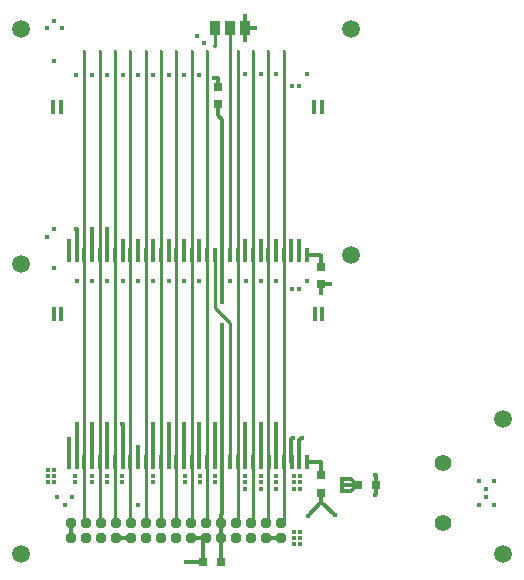
<source format=gtl>
G04 #@! TF.FileFunction,Copper,L1,Top,Signal*
%FSLAX46Y46*%
G04 Gerber Fmt 4.6, Leading zero omitted, Abs format (unit mm)*
G04 Created by KiCad (PCBNEW 4.0.6) date Mon Aug 28 23:28:58 2017*
%MOMM*%
%LPD*%
G01*
G04 APERTURE LIST*
%ADD10C,0.100000*%
%ADD11R,0.370000X1.200000*%
%ADD12C,1.500000*%
%ADD13R,0.800000X0.750000*%
%ADD14R,0.750000X0.800000*%
%ADD15C,1.422400*%
%ADD16C,0.950000*%
%ADD17R,0.970000X1.270000*%
%ADD18C,0.450000*%
%ADD19C,0.400000*%
%ADD20C,0.300000*%
%ADD21C,0.350000*%
%ADD22C,0.370000*%
%ADD23C,0.250000*%
G04 APERTURE END LIST*
D10*
D11*
X29419999Y-46535400D03*
X30069999Y-46535400D03*
X30719999Y-46535400D03*
X31369999Y-46535400D03*
X32019999Y-46535400D03*
X32669999Y-46535400D03*
X33319999Y-46535400D03*
X33969999Y-46535400D03*
X34619999Y-46535400D03*
X35269999Y-46535400D03*
X35919999Y-46535400D03*
X36569999Y-46535400D03*
X37219999Y-46535400D03*
X37869999Y-46535400D03*
X38519999Y-46535400D03*
X39169999Y-46535400D03*
X39820000Y-46535400D03*
X40470000Y-46535400D03*
X41120000Y-46535400D03*
X41770000Y-46535400D03*
X42420000Y-46535400D03*
X43070000Y-46535400D03*
X43720000Y-46535400D03*
X44370000Y-46535400D03*
X45020000Y-46535400D03*
X45670000Y-46535400D03*
X46320000Y-46535400D03*
X46970000Y-46535400D03*
X47620000Y-46535400D03*
X48270000Y-46535400D03*
X48920000Y-46535400D03*
X49570000Y-46535400D03*
X50870000Y-33985399D03*
X50220000Y-33985399D03*
X28769999Y-33985399D03*
X28119999Y-33985399D03*
D12*
X25400000Y-27432000D03*
D13*
X42279000Y-72517000D03*
X40779000Y-72517000D03*
D14*
X50791500Y-65187000D03*
X50791500Y-66687000D03*
D13*
X55395500Y-66027000D03*
X53895500Y-66027000D03*
D12*
X66158500Y-71882000D03*
X66158530Y-60452000D03*
D15*
X61087000Y-64135000D03*
X61087000Y-69215000D03*
D12*
X25400000Y-47268000D03*
X53340000Y-27432000D03*
X25400000Y-71882000D03*
X53331500Y-46506000D03*
D16*
X47410000Y-69235400D03*
X46140000Y-69235400D03*
X44870589Y-69235400D03*
X43600589Y-69235400D03*
X42330000Y-69231623D03*
X41060000Y-69235400D03*
X39790000Y-69235400D03*
X38520589Y-69235400D03*
X37250589Y-69235400D03*
X35980000Y-69235400D03*
X34710000Y-69235400D03*
X33440589Y-69235400D03*
X32170589Y-69235400D03*
X30900000Y-69235400D03*
X29630000Y-69235400D03*
X47410000Y-70505400D03*
X46140589Y-70505400D03*
X44870000Y-70505400D03*
X43600000Y-70505400D03*
X42330000Y-70501623D03*
X41060000Y-70505400D03*
X39790000Y-70505400D03*
X38520589Y-70505400D03*
X37250589Y-70501623D03*
X35980000Y-70501623D03*
X34710000Y-70501623D03*
X33440589Y-70501623D03*
X32170589Y-70501623D03*
X30900000Y-70501623D03*
X29630000Y-70501623D03*
D14*
X42028500Y-33794000D03*
X42028500Y-32294000D03*
X50791500Y-47534000D03*
X50791500Y-49034000D03*
D17*
X41774500Y-27329000D03*
X43044500Y-27329000D03*
X44314500Y-27329000D03*
D11*
X29428132Y-64105936D03*
X30078132Y-64105936D03*
X30728132Y-64105936D03*
X31378132Y-64105936D03*
X32028132Y-64105936D03*
X32678132Y-64105936D03*
X33328132Y-64105936D03*
X33978132Y-64105936D03*
X34628132Y-64105936D03*
X35278132Y-64105936D03*
X35928132Y-64105936D03*
X36578132Y-64105936D03*
X37228132Y-64105936D03*
X37878132Y-64105936D03*
X38528132Y-64105936D03*
X39178132Y-64105936D03*
X39828133Y-64105936D03*
X40478133Y-64105936D03*
X41128133Y-64105936D03*
X41778133Y-64105936D03*
X42428133Y-64105936D03*
X43078133Y-64105936D03*
X43728133Y-64105936D03*
X44378133Y-64105936D03*
X45028133Y-64105936D03*
X45678133Y-64105936D03*
X46328133Y-64105936D03*
X46978133Y-64105936D03*
X47628133Y-64105936D03*
X48278133Y-64105936D03*
X48928133Y-64105936D03*
X49578133Y-64105936D03*
X50878133Y-51555935D03*
X50228133Y-51555935D03*
X28778132Y-51555935D03*
X28128132Y-51555935D03*
D18*
X42426001Y-43331000D03*
X42426001Y-43839000D03*
X42420000Y-44347000D03*
X42420000Y-49517000D03*
X42425500Y-53547000D03*
X42420000Y-50037000D03*
X42425500Y-50557000D03*
X42425500Y-53027000D03*
X42425500Y-52507000D03*
X48277120Y-32256715D03*
X48911683Y-32256715D03*
X30065100Y-31266000D03*
X31360500Y-31266000D03*
X32694000Y-31266000D03*
X35272100Y-31266000D03*
X37888300Y-31266000D03*
X40479100Y-31266000D03*
X44365300Y-31240600D03*
X45686100Y-31240600D03*
X46981500Y-31240600D03*
X48276895Y-49401476D03*
X48937004Y-49402606D03*
X46981500Y-48741200D03*
X45686100Y-48741200D03*
X44390700Y-48741200D03*
X43069900Y-48741200D03*
X40479100Y-48741200D03*
X30091157Y-48740024D03*
X31385010Y-48741631D03*
X32680966Y-48741633D03*
X37888300Y-48741631D03*
X35272878Y-48741631D03*
X46956100Y-60831600D03*
X45686100Y-60831600D03*
X44365956Y-60831155D03*
X40453700Y-60831600D03*
X37862900Y-60831040D03*
X30090500Y-60857000D03*
X31361048Y-60856297D03*
X32675168Y-60861789D03*
X35272100Y-62812800D03*
X48911899Y-45388905D03*
X48251500Y-45388400D03*
X46981500Y-45388400D03*
X45660700Y-45388400D03*
X44365300Y-45363000D03*
X40453700Y-45363000D03*
X37862900Y-45388400D03*
X35272100Y-45337600D03*
X32655900Y-44372400D03*
X31360500Y-44347000D03*
X30065100Y-44347000D03*
X44314500Y-28345000D03*
X41748811Y-31519244D03*
X51503724Y-49019342D03*
X50791500Y-49757200D03*
X27550500Y-44982000D03*
X28185500Y-44347000D03*
X28820500Y-27329000D03*
X27550500Y-27329000D03*
X28185500Y-26694000D03*
X40885500Y-28599000D03*
X40250500Y-27964000D03*
X44314500Y-26313000D03*
X45203500Y-27329000D03*
X49648500Y-68604000D03*
X51934500Y-68578600D03*
X64113800Y-67702300D03*
X65421900Y-67702300D03*
X64774200Y-67054600D03*
X65434600Y-65644900D03*
X64113800Y-65644900D03*
X64774200Y-66318000D03*
X35297500Y-67715000D03*
X29087200Y-67715000D03*
X28452200Y-67041900D03*
X29709500Y-67041900D03*
X49140500Y-62000000D03*
X48378500Y-62000000D03*
X55363500Y-65175000D03*
X55363500Y-66826000D03*
D19*
X39370000Y-72517000D03*
D20*
X47625500Y-29302000D03*
X46325500Y-29302000D03*
X45025500Y-29302000D03*
X43725500Y-29302000D03*
X41125500Y-29302000D03*
X39825500Y-29302000D03*
X38525500Y-29302000D03*
X37225500Y-29302000D03*
X35925500Y-29302000D03*
X34625500Y-29302000D03*
X33325219Y-29302275D03*
X32024431Y-29301698D03*
X30727006Y-29303377D03*
D18*
X40513000Y-65278000D03*
X41783000Y-65278000D03*
X39243000Y-65278000D03*
X44314500Y-66318000D03*
X49013500Y-70001000D03*
X48518200Y-70001000D03*
X49013500Y-71017000D03*
X48518200Y-71017000D03*
X49013500Y-70509000D03*
X48518200Y-70509000D03*
X45711500Y-66318000D03*
X46981500Y-66318000D03*
X49013500Y-66318000D03*
X48505500Y-66318000D03*
X49022000Y-65786000D03*
X49022000Y-65278000D03*
X48514000Y-65786000D03*
X48514000Y-65278000D03*
X31369000Y-65786000D03*
X31369000Y-65278000D03*
X46990000Y-65786000D03*
X46990000Y-65278000D03*
X45720000Y-65786000D03*
X45720000Y-65278000D03*
X44323000Y-65786000D03*
X44323000Y-65278000D03*
X27686000Y-64770000D03*
X28194000Y-64770000D03*
X29972000Y-65278000D03*
X29972000Y-65786000D03*
X36576000Y-65278000D03*
X36576000Y-65786000D03*
X33909000Y-65786000D03*
X32639000Y-65786000D03*
X27686000Y-65278000D03*
X27686000Y-65786000D03*
X28194000Y-65278000D03*
X28194000Y-65786000D03*
X32639000Y-65278000D03*
X33909000Y-65278000D03*
X40513000Y-65786000D03*
X41783000Y-65786000D03*
X39243000Y-65786000D03*
D21*
X41774500Y-28853000D03*
D18*
X39158300Y-31266000D03*
X36567500Y-31266000D03*
X33976700Y-31266000D03*
X49572300Y-31240600D03*
X39183700Y-48741200D03*
X49587303Y-48741200D03*
X33976922Y-48741631D03*
X36568836Y-48741631D03*
X41761800Y-60844300D03*
X39171000Y-60844300D03*
X36567500Y-60844300D03*
X33964000Y-60844300D03*
X29417400Y-62139700D03*
X39183700Y-45363000D03*
X36567500Y-45388400D03*
X29404617Y-45388281D03*
X33976700Y-45363000D03*
X28185500Y-47649000D03*
X28185500Y-30123000D03*
X50791500Y-46633000D03*
X50810500Y-64142000D03*
X52578000Y-65532000D03*
X52578000Y-66548000D03*
X52578000Y-66040000D03*
D22*
X42420000Y-46535400D02*
X42420000Y-44347000D01*
X42420000Y-44347000D02*
X42420000Y-35103820D01*
X42420000Y-35103820D02*
X42028500Y-34712320D01*
X42028500Y-34712320D02*
X42028500Y-33794000D01*
X42420000Y-46535400D02*
X42420000Y-49517000D01*
X42420000Y-49517000D02*
X42420000Y-50037000D01*
X42420000Y-50037000D02*
X42420000Y-50551500D01*
X42425500Y-50557000D02*
X42425500Y-50042500D01*
X42425500Y-50042500D02*
X42420000Y-50037000D01*
X42420000Y-50551500D02*
X42425500Y-50557000D01*
X42420000Y-64085401D02*
X42420000Y-52512500D01*
X42420000Y-52512500D02*
X42425500Y-52507000D01*
X42330000Y-70501623D02*
X42330000Y-69231623D01*
X42279000Y-72517000D02*
X42279000Y-70552623D01*
X42279000Y-70552623D02*
X42330000Y-70501623D01*
X42330000Y-69231623D02*
X42330000Y-68559872D01*
X42330000Y-68559872D02*
X42420000Y-68469872D01*
X42420000Y-68469872D02*
X42420000Y-65055401D01*
X42420000Y-65055401D02*
X42420000Y-64085401D01*
X46970000Y-64085401D02*
X46970000Y-60845500D01*
X46970000Y-60845500D02*
X46956100Y-60831600D01*
X45670000Y-64085401D02*
X45670000Y-60847700D01*
X45670000Y-60847700D02*
X45686100Y-60831600D01*
X44370000Y-60835199D02*
X44365956Y-60831155D01*
X44370000Y-64085401D02*
X44370000Y-60835199D01*
X40470000Y-64085401D02*
X40470000Y-60847900D01*
X40470000Y-60847900D02*
X40453700Y-60831600D01*
X37869999Y-60838139D02*
X37862900Y-60831040D01*
X37869999Y-64085401D02*
X37869999Y-60838139D01*
X30069999Y-64085401D02*
X30069999Y-60877501D01*
X30069999Y-60877501D02*
X30090500Y-60857000D01*
X31369999Y-60865248D02*
X31361048Y-60856297D01*
X31369999Y-64085401D02*
X31369999Y-60865248D01*
X32669999Y-60866958D02*
X32675168Y-60861789D01*
X32669999Y-64085401D02*
X32669999Y-60866958D01*
X35269999Y-64085401D02*
X35269999Y-62814901D01*
X35269999Y-62814901D02*
X35272100Y-62812800D01*
X48920000Y-45397006D02*
X48911899Y-45388905D01*
X48920000Y-46535400D02*
X48920000Y-45397006D01*
X48270000Y-46535400D02*
X48270000Y-45406900D01*
X48270000Y-45406900D02*
X48251500Y-45388400D01*
X46970000Y-46535400D02*
X46970000Y-45399900D01*
X46970000Y-45399900D02*
X46981500Y-45388400D01*
X45670000Y-46535400D02*
X45670000Y-45397700D01*
X45670000Y-45397700D02*
X45660700Y-45388400D01*
X44370000Y-46535400D02*
X44370000Y-45367700D01*
X44370000Y-45367700D02*
X44365300Y-45363000D01*
X40470000Y-46535400D02*
X40470000Y-45379300D01*
X40470000Y-45379300D02*
X40453700Y-45363000D01*
X37869999Y-46535400D02*
X37869999Y-45395499D01*
X37869999Y-45395499D02*
X37862900Y-45388400D01*
X35269999Y-46535400D02*
X35269999Y-45339701D01*
X35269999Y-45339701D02*
X35272100Y-45337600D01*
X32669999Y-46535400D02*
X32669999Y-44386499D01*
X32669999Y-44386499D02*
X32655900Y-44372400D01*
X31369999Y-46535400D02*
X31369999Y-44356499D01*
X31369999Y-44356499D02*
X31360500Y-44347000D01*
X30069999Y-46535400D02*
X30069999Y-44351899D01*
X30069999Y-44351899D02*
X30065100Y-44347000D01*
X44314500Y-27329000D02*
X44314500Y-28345000D01*
X42023744Y-31519244D02*
X41748811Y-31519244D01*
X42028500Y-31524000D02*
X42023744Y-31519244D01*
X42028500Y-32294000D02*
X42028500Y-31524000D01*
X51185526Y-49019342D02*
X51503724Y-49019342D01*
X50806158Y-49019342D02*
X51185526Y-49019342D01*
X50791500Y-49034000D02*
X50806158Y-49019342D01*
X50791500Y-49034000D02*
X50791500Y-49757200D01*
X44314500Y-27329000D02*
X44314500Y-26313000D01*
X44314500Y-27329000D02*
X45203500Y-27329000D01*
X50791500Y-66687000D02*
X50791500Y-67435600D01*
X50791500Y-67435600D02*
X51934500Y-68578600D01*
X50791500Y-66687000D02*
X50791500Y-67461000D01*
X50791500Y-67461000D02*
X49648500Y-68604000D01*
X48920000Y-64085401D02*
X48920000Y-62220500D01*
X48920000Y-62220500D02*
X49140500Y-62000000D01*
X48270000Y-64085401D02*
X48270000Y-62108500D01*
X48270000Y-62108500D02*
X48378500Y-62000000D01*
X55395500Y-66027000D02*
X55395500Y-65207000D01*
X55395500Y-65207000D02*
X55363500Y-65175000D01*
X55395500Y-66027000D02*
X55395500Y-66794000D01*
X55395500Y-66794000D02*
X55363500Y-66826000D01*
X41060000Y-70505400D02*
X39790000Y-70505400D01*
X40779000Y-72517000D02*
X40779000Y-70786400D01*
X40779000Y-70786400D02*
X41060000Y-70505400D01*
X40779000Y-72517000D02*
X39370000Y-72517000D01*
D23*
X43070000Y-46535400D02*
X43070000Y-27354500D01*
X43070000Y-27354500D02*
X43044500Y-27329000D01*
X47620000Y-46535400D02*
X47620000Y-29307500D01*
X47620000Y-29307500D02*
X47625500Y-29302000D01*
X47620000Y-46535400D02*
X47620000Y-64085401D01*
X47620000Y-64085401D02*
X47620000Y-69025400D01*
X47620000Y-69025400D02*
X47410000Y-69235400D01*
X46320000Y-46535400D02*
X46320000Y-29307500D01*
X46320000Y-29307500D02*
X46325500Y-29302000D01*
X46320000Y-64085401D02*
X46320000Y-46535400D01*
X46320000Y-64085401D02*
X46320000Y-69055400D01*
X46320000Y-69055400D02*
X46140000Y-69235400D01*
X45020000Y-46535400D02*
X45020000Y-29307500D01*
X45020000Y-29307500D02*
X45025500Y-29302000D01*
X45020000Y-64085401D02*
X45020000Y-46535400D01*
X45020000Y-64085401D02*
X45020000Y-69085989D01*
X45020000Y-69085989D02*
X44870589Y-69235400D01*
X43720000Y-46535400D02*
X43720000Y-29307500D01*
X43720000Y-29307500D02*
X43725500Y-29302000D01*
X43720000Y-64085401D02*
X43720000Y-46535400D01*
X43720000Y-64085401D02*
X43720000Y-69115989D01*
X43720000Y-69115989D02*
X43600589Y-69235400D01*
X41120000Y-46535400D02*
X41120000Y-29307500D01*
X41120000Y-29307500D02*
X41125500Y-29302000D01*
X41120000Y-64085401D02*
X41120000Y-63235401D01*
X41120000Y-63235401D02*
X41120000Y-46535400D01*
X41120000Y-64085401D02*
X41120000Y-69175400D01*
X41120000Y-69175400D02*
X41060000Y-69235400D01*
X39820000Y-46535400D02*
X39820000Y-29307500D01*
X39820000Y-29307500D02*
X39825500Y-29302000D01*
X39820000Y-46535400D02*
X39820000Y-47385400D01*
X39820000Y-47385400D02*
X39820000Y-64085401D01*
X39820000Y-64085401D02*
X39820000Y-69205400D01*
X39820000Y-69205400D02*
X39790000Y-69235400D01*
X38519999Y-46535400D02*
X38519999Y-29307501D01*
X38519999Y-29307501D02*
X38525500Y-29302000D01*
X38519999Y-64085401D02*
X38519999Y-46535400D01*
X38519999Y-64085401D02*
X38519999Y-69234810D01*
X38519999Y-69234810D02*
X38520589Y-69235400D01*
X37219999Y-46535400D02*
X37219999Y-29307501D01*
X37219999Y-29307501D02*
X37225500Y-29302000D01*
X37219999Y-46535400D02*
X37219999Y-64085401D01*
X37219999Y-64085401D02*
X37219999Y-69204810D01*
X37219999Y-69204810D02*
X37250589Y-69235400D01*
X35919999Y-46535400D02*
X35919999Y-29307501D01*
X35919999Y-29307501D02*
X35925500Y-29302000D01*
X35919999Y-64085401D02*
X35919999Y-46535400D01*
X35919999Y-64085401D02*
X35919999Y-69175399D01*
X35919999Y-69175399D02*
X35980000Y-69235400D01*
X34619999Y-46535400D02*
X34619999Y-29307501D01*
X34619999Y-29307501D02*
X34625500Y-29302000D01*
X34619999Y-46535400D02*
X34619999Y-64085401D01*
X34619999Y-64085401D02*
X34619999Y-69145399D01*
X34619999Y-69145399D02*
X34710000Y-69235400D01*
X33319999Y-46535400D02*
X33319999Y-29307495D01*
X33319999Y-29307495D02*
X33325219Y-29302275D01*
X33319999Y-64085401D02*
X33319999Y-63235401D01*
X33319999Y-63235401D02*
X33319999Y-46535400D01*
X33319999Y-64085401D02*
X33319999Y-69114810D01*
X33319999Y-69114810D02*
X33440589Y-69235400D01*
X32019999Y-29306130D02*
X32024431Y-29301698D01*
X32019999Y-46535400D02*
X32019999Y-29306130D01*
X32019999Y-64085401D02*
X32019999Y-46535400D01*
X32019999Y-69084810D02*
X32170589Y-69235400D01*
X32019999Y-64085401D02*
X32019999Y-69084810D01*
X30719999Y-46535400D02*
X30719999Y-29310384D01*
X30719999Y-29310384D02*
X30727006Y-29303377D01*
X30719999Y-64085401D02*
X30719999Y-63235401D01*
X30719999Y-63235401D02*
X30719999Y-46535400D01*
X30719999Y-64085401D02*
X30719999Y-69055399D01*
X30719999Y-69055399D02*
X30900000Y-69235400D01*
D22*
X46140589Y-70505400D02*
X47410000Y-70505400D01*
D23*
X41770000Y-46535400D02*
X41770000Y-51018131D01*
X41770000Y-51018131D02*
X43070000Y-52318131D01*
X43070000Y-52318131D02*
X43070000Y-64085401D01*
X41774500Y-27329000D02*
X41774500Y-28853000D01*
D22*
X41770000Y-64085401D02*
X41770000Y-60852500D01*
X41770000Y-60852500D02*
X41761800Y-60844300D01*
X39169999Y-64085401D02*
X39169999Y-60845301D01*
X39169999Y-60845301D02*
X39171000Y-60844300D01*
X36569999Y-64085401D02*
X36569999Y-60846799D01*
X36569999Y-60846799D02*
X36567500Y-60844300D01*
X33969999Y-64085401D02*
X33969999Y-60850299D01*
X33969999Y-60850299D02*
X33964000Y-60844300D01*
X29419999Y-64085401D02*
X29419999Y-62142299D01*
X29419999Y-62142299D02*
X29417400Y-62139700D01*
X39169999Y-46535400D02*
X39169999Y-45376701D01*
X39169999Y-45376701D02*
X39183700Y-45363000D01*
X36569999Y-46535400D02*
X36569999Y-45390899D01*
X36569999Y-45390899D02*
X36567500Y-45388400D01*
X29419999Y-45403663D02*
X29404617Y-45388281D01*
X29419999Y-46535400D02*
X29419999Y-45403663D01*
X33969999Y-46535400D02*
X33969999Y-45369701D01*
X33969999Y-45369701D02*
X33976700Y-45363000D01*
X50791500Y-47534000D02*
X50791500Y-46633000D01*
X49570000Y-46535400D02*
X50693900Y-46535400D01*
X50693900Y-46535400D02*
X50791500Y-46633000D01*
X50810500Y-64142000D02*
X50810500Y-65168000D01*
X50810500Y-65168000D02*
X50791500Y-65187000D01*
X49570000Y-64085401D02*
X50753901Y-64085401D01*
X50753901Y-64085401D02*
X50810500Y-64142000D01*
X52578000Y-66548000D02*
X53352000Y-66548000D01*
X53352000Y-66548000D02*
X53848000Y-66052000D01*
X52578000Y-65532000D02*
X53328000Y-65532000D01*
X53328000Y-65532000D02*
X53848000Y-66052000D01*
X52578000Y-65532000D02*
X52578000Y-66040000D01*
X52578000Y-66040000D02*
X52578000Y-66548000D01*
X53848000Y-66052000D02*
X52590000Y-66052000D01*
X52590000Y-66052000D02*
X52578000Y-66040000D01*
X33440589Y-70501623D02*
X34710000Y-70501623D01*
X29630000Y-69235400D02*
X29630000Y-70501623D01*
M02*

</source>
